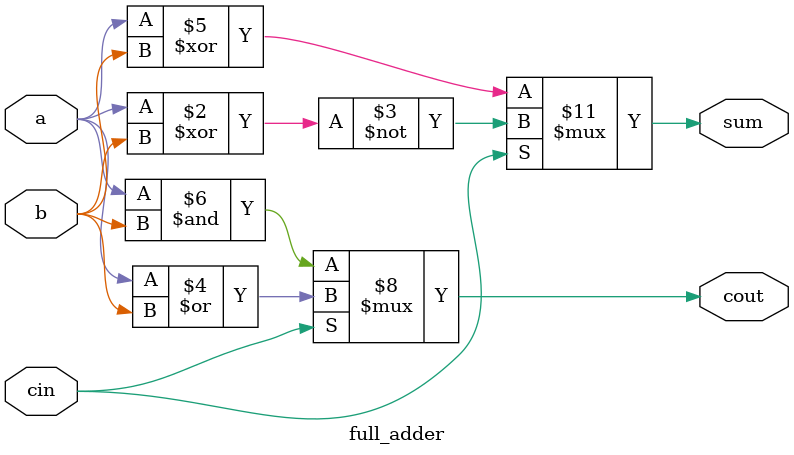
<source format=v>
module full_adder(
    input a,
    input b,
    input cin,
    output reg sum,
    output reg cout
);
    always @(*) begin
        if (cin) begin
            sum = ~(a^b);
            cout = a|b;
        end 
        else begin
            sum = a^b;
            cout = a&b;
        end
    end
endmodule

</source>
